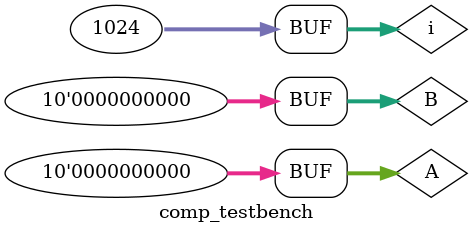
<source format=sv>
module comp(out, A, B);

		input logic [9:0] A, B;
		output logic out;
		logic determiner;
		
		always @(*) begin
			if (A > B) determiner = 1;
			else determiner = 0;
		end	
		
		assign out = determiner;
		
endmodule


module comp_testbench();

		logic [9:0] A, B;
		logic out;
		
		comp dut (out, A, B);
		
		integer i;
		initial begin
				for(i = 0; i < 1024; i++) begin
				
					A = i + 1;
					B = 1023 - i; #10;
				end
		end
		
endmodule


</source>
